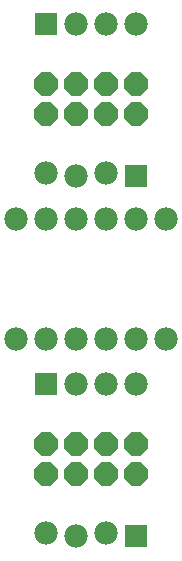
<source format=gbs>
G75*
%MOIN*%
%OFA0B0*%
%FSLAX25Y25*%
%IPPOS*%
%LPD*%
%AMOC8*
5,1,8,0,0,1.08239X$1,22.5*
%
%ADD10C,0.07800*%
%ADD11OC8,0.07800*%
%ADD12R,0.07800X0.07800*%
D10*
X0019500Y0017500D03*
X0029500Y0016500D03*
X0039500Y0017500D03*
X0039500Y0067000D03*
X0039500Y0082000D03*
X0049500Y0082000D03*
X0049500Y0067000D03*
X0059500Y0082000D03*
X0059500Y0122000D03*
X0049500Y0122000D03*
X0039500Y0122000D03*
X0039500Y0137500D03*
X0029500Y0136500D03*
X0029500Y0122000D03*
X0019500Y0122000D03*
X0019500Y0137500D03*
X0009500Y0122000D03*
X0009500Y0082000D03*
X0019500Y0082000D03*
X0029500Y0082000D03*
X0029500Y0067000D03*
X0029500Y0187000D03*
X0039500Y0187000D03*
X0049500Y0187000D03*
D11*
X0049500Y0167000D03*
X0049500Y0157000D03*
X0039500Y0157000D03*
X0039500Y0167000D03*
X0029500Y0167000D03*
X0029500Y0157000D03*
X0019500Y0157000D03*
X0019500Y0167000D03*
X0019500Y0047000D03*
X0019500Y0037000D03*
X0029500Y0037000D03*
X0029500Y0047000D03*
X0039500Y0047000D03*
X0039500Y0037000D03*
X0049500Y0037000D03*
X0049500Y0047000D03*
D12*
X0049500Y0016500D03*
X0019500Y0067000D03*
X0049500Y0136500D03*
X0019500Y0187000D03*
M02*

</source>
